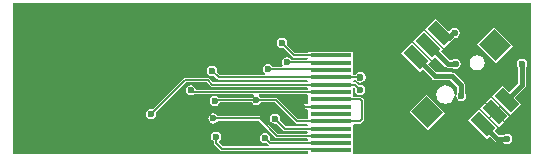
<source format=gtl>
G04*
G04 #@! TF.GenerationSoftware,Altium Limited,Altium Designer,20.2.6 (244)*
G04*
G04 Layer_Physical_Order=1*
G04 Layer_Color=255*
%FSLAX25Y25*%
%MOIN*%
G70*
G04*
G04 #@! TF.SameCoordinates,F9A225CC-2508-4984-BBC7-CB0CC3AB3280*
G04*
G04*
G04 #@! TF.FilePolarity,Positive*
G04*
G01*
G75*
%ADD11C,0.00500*%
G04:AMPARAMS|DCode=17|XSize=70.87mil|YSize=78.74mil|CornerRadius=0mil|HoleSize=0mil|Usage=FLASHONLY|Rotation=225.000|XOffset=0mil|YOffset=0mil|HoleType=Round|Shape=Rectangle|*
%AMROTATEDRECTD17*
4,1,4,-0.00278,0.05289,0.05289,-0.00278,0.00278,-0.05289,-0.05289,0.00278,-0.00278,0.05289,0.0*
%
%ADD17ROTATEDRECTD17*%

G04:AMPARAMS|DCode=18|XSize=39.37mil|YSize=78.74mil|CornerRadius=0mil|HoleSize=0mil|Usage=FLASHONLY|Rotation=225.000|XOffset=0mil|YOffset=0mil|HoleType=Round|Shape=Rectangle|*
%AMROTATEDRECTD18*
4,1,4,-0.01392,0.04176,0.04176,-0.01392,0.01392,-0.04176,-0.04176,0.01392,-0.01392,0.04176,0.0*
%
%ADD18ROTATEDRECTD18*%

%ADD19R,0.13780X0.01260*%
%ADD20C,0.01500*%
%ADD21C,0.02362*%
G36*
X468095Y326363D02*
X468095Y276000D01*
X408984Y276000D01*
X408532Y276114D01*
X408532Y276500D01*
Y278055D01*
X408532Y278374D01*
X408532D01*
Y278555D01*
X408532D01*
Y280496D01*
X408532Y280815D01*
X408532Y281315D01*
Y282937D01*
X408532Y283256D01*
X408532Y283756D01*
X408532Y285850D01*
X408885Y286204D01*
X410906D01*
X411198Y286262D01*
X411446Y286428D01*
X412155Y287136D01*
X412321Y287385D01*
X412379Y287677D01*
X412379Y287677D01*
Y293701D01*
X412379Y293701D01*
X412321Y293993D01*
X412155Y294241D01*
X411525Y294871D01*
X411277Y295037D01*
X410984Y295095D01*
X408885D01*
X408532Y295449D01*
X408532Y295961D01*
X408532Y298083D01*
X409031Y298273D01*
X409375Y297929D01*
X409270Y297402D01*
X409401Y296746D01*
X409772Y296190D01*
X410328Y295818D01*
X410984Y295688D01*
X411640Y295818D01*
X412196Y296190D01*
X412568Y296746D01*
X412698Y297402D01*
X412568Y298058D01*
X412196Y298614D01*
X411640Y298985D01*
X410984Y299116D01*
X410457Y299011D01*
X409714Y299753D01*
X409466Y299919D01*
X409173Y299977D01*
X408885D01*
X408532Y300331D01*
Y300535D01*
X408885Y300889D01*
X409511D01*
X409512Y300885D01*
X409883Y300329D01*
X410440Y299958D01*
X411096Y299827D01*
X411752Y299958D01*
X412308Y300329D01*
X412679Y300885D01*
X412810Y301541D01*
X412790Y301640D01*
X412810Y301738D01*
X412679Y302394D01*
X412308Y302950D01*
X411752Y303322D01*
X411096Y303452D01*
X410440Y303322D01*
X409883Y302950D01*
X409528Y302418D01*
X408885D01*
X408532Y302772D01*
X408532Y303284D01*
Y305224D01*
X408532D01*
Y305405D01*
X408532D01*
Y307346D01*
X408532Y307665D01*
X408532Y308165D01*
Y310106D01*
X393752D01*
Y309741D01*
X389333D01*
X386530Y312543D01*
X386635Y313071D01*
X386505Y313727D01*
X386133Y314283D01*
X385577Y314654D01*
X384921Y314785D01*
X384265Y314654D01*
X383709Y314283D01*
X383338Y313727D01*
X383207Y313071D01*
X383338Y312415D01*
X383709Y311859D01*
X384265Y311487D01*
X384921Y311357D01*
X385449Y311462D01*
X388475Y308436D01*
X388723Y308270D01*
X389016Y308212D01*
X389016Y308212D01*
X393398D01*
X393520Y308090D01*
X393606Y307907D01*
X393334Y307418D01*
X388086D01*
X387787Y307866D01*
X387231Y308237D01*
X386575Y308368D01*
X385919Y308237D01*
X385363Y307866D01*
X384991Y307310D01*
X384861Y306653D01*
X384991Y305998D01*
X385260Y305595D01*
X385049Y305095D01*
X381826D01*
X381527Y305543D01*
X380971Y305914D01*
X380315Y306045D01*
X379659Y305914D01*
X379103Y305543D01*
X378731Y304987D01*
X378601Y304331D01*
X378731Y303675D01*
X379103Y303119D01*
X379403Y302918D01*
X379251Y302418D01*
X364214D01*
X363278Y303355D01*
X363356Y303746D01*
X363226Y304402D01*
X362854Y304958D01*
X362298Y305330D01*
X361642Y305460D01*
X360986Y305330D01*
X360430Y304958D01*
X360058Y304402D01*
X359928Y303746D01*
X360058Y303090D01*
X360430Y302534D01*
X360986Y302163D01*
X361642Y302032D01*
X362298Y302163D01*
X362303Y302166D01*
X363357Y301113D01*
X363605Y300947D01*
X363898Y300889D01*
X393398D01*
X393752Y300535D01*
Y300291D01*
X393398Y299938D01*
X362049D01*
X360698Y301289D01*
X360450Y301454D01*
X360157Y301513D01*
X352677D01*
X352384Y301454D01*
X352136Y301289D01*
X341788Y290940D01*
X341260Y291045D01*
X340604Y290914D01*
X340048Y290543D01*
X339676Y289987D01*
X339546Y289331D01*
X339676Y288675D01*
X340048Y288119D01*
X340604Y287747D01*
X341260Y287617D01*
X341916Y287747D01*
X342472Y288119D01*
X342843Y288675D01*
X342974Y289331D01*
X342869Y289858D01*
X352994Y299983D01*
X359841D01*
X361192Y298633D01*
X361192Y298633D01*
X361440Y298467D01*
X361732Y298409D01*
X393426D01*
X393752Y298083D01*
Y297890D01*
X393398Y297536D01*
X356198D01*
X356116Y297947D01*
X355745Y298503D01*
X355188Y298875D01*
X354533Y299005D01*
X353877Y298875D01*
X353321Y298503D01*
X352949Y297947D01*
X352819Y297291D01*
X352949Y296635D01*
X353321Y296079D01*
X353877Y295708D01*
X354533Y295577D01*
X355188Y295708D01*
X355636Y296007D01*
X375393D01*
X375544Y295507D01*
X375127Y295228D01*
X374828Y294780D01*
X363873D01*
X363732Y294991D01*
X363176Y295363D01*
X362520Y295494D01*
X361864Y295363D01*
X361308Y294991D01*
X360936Y294436D01*
X360806Y293779D01*
X360936Y293124D01*
X361308Y292567D01*
X361864Y292196D01*
X362520Y292066D01*
X363176Y292196D01*
X363732Y292567D01*
X364103Y293124D01*
X364129Y293251D01*
X374828D01*
X375127Y292804D01*
X375683Y292432D01*
X376339Y292302D01*
X376994Y292432D01*
X377551Y292804D01*
X377850Y293251D01*
X382557D01*
X389381Y286428D01*
X389629Y286262D01*
X389921Y286204D01*
X389921Y286204D01*
X393426D01*
X393752Y285878D01*
Y285685D01*
X393398Y285332D01*
X386183D01*
X384208Y287307D01*
X384313Y287835D01*
X384182Y288491D01*
X383810Y289047D01*
X383254Y289418D01*
X382598Y289549D01*
X381943Y289418D01*
X381386Y289047D01*
X381015Y288491D01*
X380884Y287835D01*
X381015Y287179D01*
X381386Y286623D01*
X381943Y286251D01*
X382598Y286121D01*
X383126Y286226D01*
X385325Y284026D01*
X385574Y283860D01*
X385866Y283802D01*
X393398D01*
X393752Y283449D01*
Y283244D01*
X393398Y282891D01*
X383584D01*
X378021Y288454D01*
X377773Y288620D01*
X377480Y288678D01*
X363558D01*
X363259Y289125D01*
X362703Y289497D01*
X362047Y289627D01*
X361391Y289497D01*
X360835Y289125D01*
X360464Y288569D01*
X360333Y287913D01*
X360464Y287258D01*
X360835Y286701D01*
X361391Y286330D01*
X362047Y286199D01*
X362703Y286330D01*
X363259Y286701D01*
X363558Y287149D01*
X377164D01*
X382727Y281585D01*
X382727Y281585D01*
X382975Y281419D01*
X383268Y281361D01*
X393398D01*
X393752Y281008D01*
Y280803D01*
X393398Y280450D01*
X381262D01*
X380900Y280811D01*
X381005Y281339D01*
X380875Y281995D01*
X380503Y282551D01*
X379947Y282922D01*
X379291Y283053D01*
X378635Y282922D01*
X378079Y282551D01*
X377708Y281995D01*
X377577Y281339D01*
X377708Y280683D01*
X378079Y280127D01*
X378635Y279755D01*
X379291Y279625D01*
X379819Y279730D01*
X380404Y279144D01*
X380471Y279099D01*
X380320Y278599D01*
X365238D01*
X363960Y279877D01*
X364013Y280498D01*
X364165Y280599D01*
X364536Y281155D01*
X364667Y281811D01*
X364536Y282467D01*
X364165Y283023D01*
X363609Y283395D01*
X362953Y283525D01*
X362297Y283395D01*
X361741Y283023D01*
X361369Y282467D01*
X361239Y281811D01*
X361369Y281155D01*
X361741Y280599D01*
X362188Y280300D01*
Y279803D01*
X362246Y279510D01*
X362412Y279262D01*
X364381Y277294D01*
X364629Y277128D01*
X364921Y277070D01*
X393752D01*
Y276500D01*
X393299Y276000D01*
X295276Y276000D01*
Y326363D01*
X468095Y326363D01*
D02*
G37*
G36*
X393752Y295653D02*
X393752Y295142D01*
X393752Y293008D01*
X393398Y292654D01*
X391732D01*
X391732Y292654D01*
X391440Y292596D01*
X391192Y292430D01*
X391152Y292391D01*
X390986Y292143D01*
X390928Y291850D01*
X390986Y291558D01*
X391152Y291310D01*
X391400Y291144D01*
X391693Y291086D01*
X391891Y291125D01*
X393398D01*
X393752Y290772D01*
X393752Y290260D01*
Y288638D01*
X393752Y288319D01*
Y288087D01*
X393398Y287733D01*
X390238D01*
X383415Y294556D01*
X383167Y294722D01*
X382874Y294780D01*
X377850D01*
X377551Y295228D01*
X377133Y295507D01*
X377284Y296007D01*
X393398D01*
X393752Y295653D01*
D02*
G37*
%LPC*%
G36*
X436164Y321167D02*
X432673Y317676D01*
X438948Y311401D01*
X441468Y313921D01*
X441572Y313990D01*
X442317Y314736D01*
X442480Y314703D01*
X443136Y314834D01*
X443692Y315205D01*
X444064Y315761D01*
X444194Y316417D01*
X444064Y317073D01*
X443692Y317629D01*
X443136Y318001D01*
X442480Y318131D01*
X441824Y318001D01*
X441268Y317629D01*
X440924Y317114D01*
X440853Y317064D01*
X440373Y316958D01*
X436164Y321167D01*
D02*
G37*
G36*
X455721Y318452D02*
X450003Y312734D01*
X456278Y306459D01*
X461996Y312177D01*
X455721Y318452D01*
D02*
G37*
G36*
X432197Y317200D02*
X428706Y313709D01*
X434981Y307434D01*
X436081Y308534D01*
X439382Y305233D01*
X439796Y304956D01*
X440283Y304859D01*
X441718D01*
X442181Y304550D01*
X442837Y304420D01*
X443493Y304550D01*
X444049Y304922D01*
X444420Y305478D01*
X444551Y306134D01*
X444420Y306790D01*
X444049Y307346D01*
X443493Y307717D01*
X442837Y307848D01*
X442181Y307717D01*
X441718Y307408D01*
X440811D01*
X437883Y310336D01*
X438472Y310925D01*
X432197Y317200D01*
D02*
G37*
G36*
X450014Y308979D02*
X449054Y308788D01*
X448240Y308244D01*
X447696Y307431D01*
X447505Y306470D01*
X447696Y305510D01*
X448240Y304696D01*
X449054Y304153D01*
X450014Y303962D01*
X450974Y304153D01*
X451788Y304696D01*
X452332Y305510D01*
X452523Y306470D01*
X452332Y307431D01*
X451788Y308244D01*
X450974Y308788D01*
X450014Y308979D01*
D02*
G37*
G36*
X464961Y307856D02*
X464305Y307725D01*
X463749Y307354D01*
X463377Y306798D01*
X463247Y306142D01*
X463377Y305486D01*
X463686Y305023D01*
Y299674D01*
X460671Y296659D01*
X458435Y298896D01*
X454944Y295405D01*
X461219Y289130D01*
X464710Y292621D01*
X462474Y294857D01*
X465862Y298245D01*
X466138Y298658D01*
X466235Y299146D01*
Y305023D01*
X466544Y305486D01*
X466675Y306142D01*
X466544Y306798D01*
X466173Y307354D01*
X465617Y307725D01*
X464961Y307856D01*
D02*
G37*
G36*
X428230Y313232D02*
X424739Y309742D01*
X431014Y303467D01*
X431858Y304311D01*
X435023Y301146D01*
X435436Y300870D01*
X435924Y300773D01*
X441086D01*
X443450Y298409D01*
Y296473D01*
X443141Y296010D01*
X443010Y295354D01*
X443141Y294698D01*
X443512Y294142D01*
X444068Y293771D01*
X444724Y293640D01*
X445380Y293771D01*
X445936Y294142D01*
X446308Y294698D01*
X446438Y295354D01*
X446308Y296010D01*
X445999Y296473D01*
Y298937D01*
X445902Y299425D01*
X445626Y299838D01*
X442515Y302948D01*
X442102Y303225D01*
X441614Y303322D01*
X436452D01*
X433661Y306113D01*
X434505Y306958D01*
X428230Y313232D01*
D02*
G37*
G36*
X439435Y298969D02*
X438638Y298864D01*
X437896Y298557D01*
X437259Y298068D01*
X436770Y297430D01*
X436462Y296688D01*
X436357Y295892D01*
X436462Y295095D01*
X436770Y294353D01*
X437259Y293716D01*
X437896Y293227D01*
X438638Y292919D01*
X439435Y292814D01*
X440232Y292919D01*
X440974Y293227D01*
X441611Y293716D01*
X442100Y294353D01*
X442408Y295095D01*
X442513Y295892D01*
X442408Y296688D01*
X442100Y297430D01*
X441611Y298068D01*
X440974Y298557D01*
X440232Y298864D01*
X439435Y298969D01*
D02*
G37*
G36*
X454468Y294929D02*
X452899Y293360D01*
X455860Y290399D01*
X457429Y291968D01*
X454468Y294929D01*
D02*
G37*
G36*
X452546Y293006D02*
X450977Y291438D01*
X453938Y288477D01*
X455506Y290046D01*
X452546Y293006D01*
D02*
G37*
G36*
X457782Y291614D02*
X456214Y290046D01*
X459174Y287085D01*
X460743Y288654D01*
X457782Y291614D01*
D02*
G37*
G36*
X455860Y289692D02*
X454291Y288123D01*
X457252Y285163D01*
X458821Y286731D01*
X455860Y289692D01*
D02*
G37*
G36*
X433171Y295903D02*
X427453Y290185D01*
X433728Y283910D01*
X439446Y289628D01*
X433171Y295903D01*
D02*
G37*
G36*
X450501Y290962D02*
X447010Y287471D01*
X453285Y281196D01*
X454129Y282040D01*
X455842Y280327D01*
X456256Y280050D01*
X456743Y279954D01*
X458680D01*
X458749Y279851D01*
X459305Y279479D01*
X459961Y279349D01*
X460617Y279479D01*
X461173Y279851D01*
X461544Y280407D01*
X461675Y281063D01*
X461544Y281719D01*
X461173Y282275D01*
X460617Y282646D01*
X459961Y282777D01*
X459305Y282646D01*
X459089Y282502D01*
X457271D01*
X455932Y283842D01*
X456776Y284687D01*
X450501Y290962D01*
D02*
G37*
%LPD*%
D11*
X361723Y303828D02*
X363898Y301654D01*
X352677Y300748D02*
X360157D01*
X341260Y289331D02*
X352677Y300748D01*
X360157D02*
X361732Y299173D01*
X354533Y297291D02*
X355036D01*
X355556Y296772D02*
X401142D01*
X355036Y297291D02*
X355556Y296772D01*
X363898Y301654D02*
X401142D01*
X391732Y291890D02*
X401142D01*
X391693Y291850D02*
X391732Y291890D01*
X376339Y294016D02*
X382874D01*
X401102Y299173D02*
X401142Y299213D01*
X361732Y299173D02*
X401102D01*
X380315Y304331D02*
X400906D01*
X401142Y304095D01*
X376339Y294016D02*
X382874D01*
X362953Y279803D02*
X364921Y277835D01*
X394882Y277244D02*
X401142D01*
X364921Y277835D02*
X394291D01*
X394882Y277244D01*
X376339Y294016D02*
X382874D01*
X362953Y279803D02*
Y281811D01*
X401142Y299213D02*
X409173D01*
X410984Y297402D01*
X401142Y301654D02*
X411011D01*
X411096Y301738D01*
X376339Y294016D02*
X382874D01*
X376339D02*
X382874D01*
X362520Y293779D02*
X362756Y294016D01*
X382874D01*
X380945Y279685D02*
X401142D01*
X379291Y281339D02*
X380945Y279685D01*
X386575Y306653D02*
X401024D01*
X401142Y306535D01*
X389016Y308976D02*
X401142D01*
X384921Y313071D02*
X389016Y308976D01*
X401102Y286968D02*
X401142Y287008D01*
X389921Y286968D02*
X401102D01*
X382874Y294016D02*
X389921Y286968D01*
X401142Y287008D02*
X401181Y286968D01*
X410906D01*
X411614Y287677D02*
Y293701D01*
X410906Y286968D02*
X411614Y287677D01*
X410984Y294331D02*
X411614Y293701D01*
X401142Y294331D02*
X410984D01*
X377480Y287913D02*
X383268Y282126D01*
X362047Y287913D02*
X377480D01*
X383268Y282126D02*
X401142D01*
X382598Y287835D02*
X385866Y284567D01*
X401142D01*
D17*
X433450Y289906D02*
D03*
X455999Y312456D02*
D03*
D18*
X451893Y286079D02*
D03*
X455860Y290046D02*
D03*
X459827Y294013D02*
D03*
X437556Y316284D02*
D03*
X433589Y312317D02*
D03*
X429622Y308350D02*
D03*
D19*
X401142Y277244D02*
D03*
Y279685D02*
D03*
Y282126D02*
D03*
Y284567D02*
D03*
Y287008D02*
D03*
Y289449D02*
D03*
Y291890D02*
D03*
Y294331D02*
D03*
Y296772D02*
D03*
Y299213D02*
D03*
Y301654D02*
D03*
Y304095D02*
D03*
Y306535D02*
D03*
Y308976D02*
D03*
D20*
X437556Y316284D02*
X438948Y314892D01*
X440671D01*
X442032Y316252D01*
X442315D01*
X442480Y316417D01*
X464961Y299146D02*
Y306142D01*
X459827Y294013D02*
X464961Y299146D01*
X451893Y286079D02*
X456743Y281228D01*
X459796D01*
X459961Y281063D01*
X444724Y295354D02*
Y298937D01*
X435924Y302047D02*
X441614D01*
X444724Y298937D01*
X429622Y308350D02*
X435924Y302047D01*
X433589Y312317D02*
X434101D01*
X440283Y306134D02*
X442837D01*
X434101Y312317D02*
X440283Y306134D01*
D21*
X442480Y316417D02*
D03*
X361929Y316220D02*
D03*
X318268Y311063D02*
D03*
X327638Y312953D02*
D03*
X442362Y281181D02*
D03*
X411096Y301541D02*
D03*
X464961Y306142D02*
D03*
X459961Y281063D02*
D03*
X444724Y295354D02*
D03*
X442837Y306134D02*
D03*
X361642Y303746D02*
D03*
X354533Y297291D02*
D03*
X391693Y291850D02*
D03*
X341260Y289331D02*
D03*
X380315Y304331D02*
D03*
X362953Y281811D02*
D03*
X410984Y297402D02*
D03*
X411096Y301738D02*
D03*
X362520Y293779D02*
D03*
X379291Y281339D02*
D03*
X386575Y306653D02*
D03*
X384921Y313071D02*
D03*
X376339Y294016D02*
D03*
X362047Y287913D02*
D03*
X382598Y287835D02*
D03*
M02*

</source>
